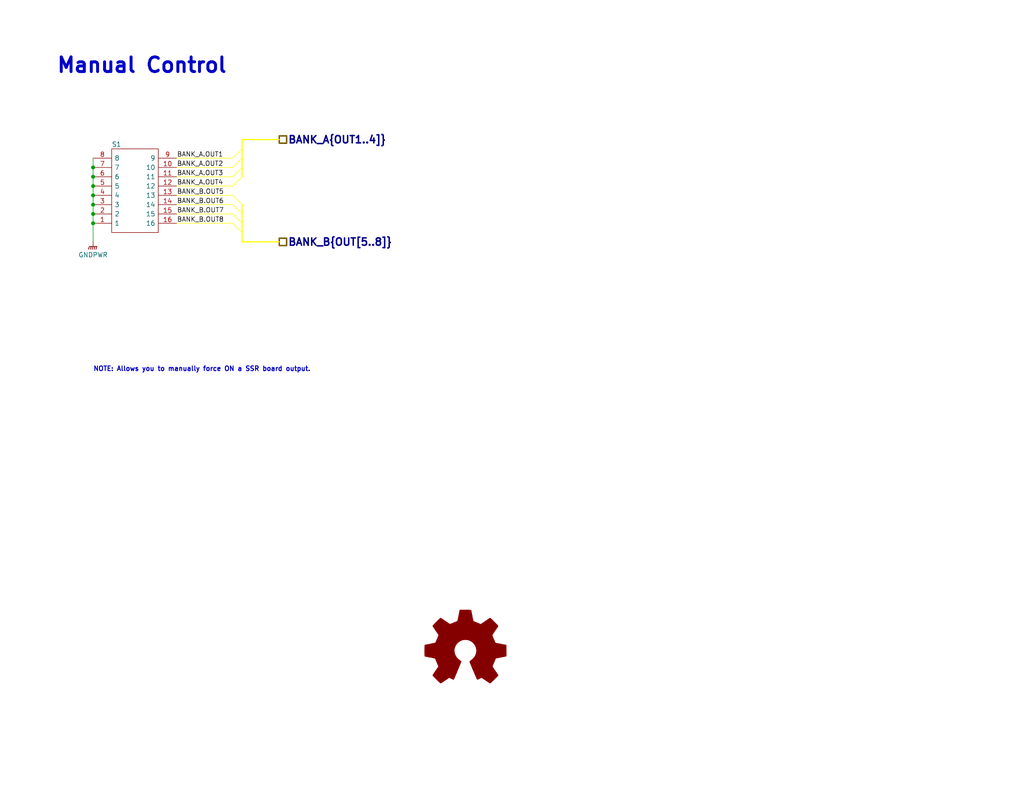
<source format=kicad_sch>
(kicad_sch (version 20230121) (generator eeschema)

  (uuid 1b71fe18-375f-4297-9555-575af0d272b6)

  (paper "USLetter")

  (title_block
    (date "2023-02-08")
    (rev "0.0.11")
    (comment 2 "creativecommons.org/licenses/by/4.0/")
    (comment 3 "License: CC By 4.0")
    (comment 4 "Author: Michael Cummings")
    (comment 5 "https://ohwr.org/project/cernohl/wikis/Documents/CERN-OHL-version-2")
    (comment 6 "Hardware License: CERN-OHL-W")
  )

  (lib_symbols
    (symbol "Graphic:Logo_Open_Hardware_Large" (pin_names (offset 1.016)) (in_bom yes) (on_board yes)
      (property "Reference" "#LOGO" (at 0 12.7 0)
        (effects (font (size 1.27 1.27)) hide)
      )
      (property "Value" "Logo_Open_Hardware_Large" (at 0 -10.16 0)
        (effects (font (size 1.27 1.27)) hide)
      )
      (property "Footprint" "" (at 0 0 0)
        (effects (font (size 1.27 1.27)) hide)
      )
      (property "Datasheet" "~" (at 0 0 0)
        (effects (font (size 1.27 1.27)) hide)
      )
      (property "ki_keywords" "Logo" (at 0 0 0)
        (effects (font (size 1.27 1.27)) hide)
      )
      (property "ki_description" "Open Hardware logo, large" (at 0 0 0)
        (effects (font (size 1.27 1.27)) hide)
      )
      (symbol "Logo_Open_Hardware_Large_1_1"
        (polyline
          (pts
            (xy 6.731 -8.7122)
            (xy 6.6294 -8.6614)
            (xy 6.35 -8.4836)
            (xy 5.9944 -8.255)
            (xy 5.5372 -7.9502)
            (xy 5.1054 -7.6454)
            (xy 4.7498 -7.4168)
            (xy 4.4958 -7.239)
            (xy 4.3942 -7.1882)
            (xy 4.318 -7.2136)
            (xy 4.1148 -7.3152)
            (xy 3.81 -7.4676)
            (xy 3.6322 -7.5692)
            (xy 3.3528 -7.6708)
            (xy 3.2258 -7.6962)
            (xy 3.2004 -7.6708)
            (xy 3.0988 -7.4676)
            (xy 2.9464 -7.0866)
            (xy 2.7178 -6.604)
            (xy 2.4892 -6.0452)
            (xy 2.2352 -5.4356)
            (xy 1.9558 -4.826)
            (xy 1.7272 -4.2164)
            (xy 1.4986 -3.683)
            (xy 1.3208 -3.2512)
            (xy 1.2192 -2.9464)
            (xy 1.1684 -2.8194)
            (xy 1.1938 -2.794)
            (xy 1.3208 -2.667)
            (xy 1.5748 -2.4892)
            (xy 2.0828 -2.0574)
            (xy 2.6162 -1.397)
            (xy 2.921 -0.6604)
            (xy 3.048 0.1524)
            (xy 2.9464 0.9144)
            (xy 2.6416 1.6256)
            (xy 2.1336 2.286)
            (xy 1.524 2.7686)
            (xy 0.8128 3.0734)
            (xy 0 3.175)
            (xy -0.762 3.0988)
            (xy -1.4986 2.794)
            (xy -2.159 2.286)
            (xy -2.4384 1.9812)
            (xy -2.8194 1.3208)
            (xy -3.048 0.6096)
            (xy -3.0734 0.4318)
            (xy -3.0226 -0.3556)
            (xy -2.794 -1.0922)
            (xy -2.3876 -1.7526)
            (xy -1.8288 -2.3114)
            (xy -1.7526 -2.3622)
            (xy -1.4732 -2.5654)
            (xy -1.2954 -2.6924)
            (xy -1.1684 -2.8194)
            (xy -2.159 -5.207)
            (xy -2.3114 -5.588)
            (xy -2.5908 -6.2484)
            (xy -2.8194 -6.8072)
            (xy -3.0226 -7.2644)
            (xy -3.1496 -7.5692)
            (xy -3.2258 -7.6708)
            (xy -3.2258 -7.6962)
            (xy -3.302 -7.6962)
            (xy -3.4798 -7.6454)
            (xy -3.8354 -7.4676)
            (xy -4.0386 -7.366)
            (xy -4.2926 -7.239)
            (xy -4.4196 -7.1882)
            (xy -4.5212 -7.239)
            (xy -4.7498 -7.3914)
            (xy -5.1054 -7.6454)
            (xy -5.5372 -7.9248)
            (xy -5.9436 -8.2042)
            (xy -6.3246 -8.4582)
            (xy -6.604 -8.636)
            (xy -6.731 -8.7122)
            (xy -6.7564 -8.7122)
            (xy -6.858 -8.636)
            (xy -7.0866 -8.4582)
            (xy -7.4168 -8.1534)
            (xy -7.874 -7.6962)
            (xy -7.9502 -7.62)
            (xy -8.3312 -7.239)
            (xy -8.636 -6.9088)
            (xy -8.8392 -6.6802)
            (xy -8.9154 -6.5786)
            (xy -8.9154 -6.5786)
            (xy -8.8392 -6.4516)
            (xy -8.6614 -6.1722)
            (xy -8.4328 -5.7912)
            (xy -8.128 -5.3594)
            (xy -7.3152 -4.191)
            (xy -7.7724 -3.0988)
            (xy -7.8994 -2.7686)
            (xy -8.0772 -2.3622)
            (xy -8.2042 -2.0828)
            (xy -8.255 -1.9558)
            (xy -8.382 -1.905)
            (xy -8.6614 -1.8542)
            (xy -9.0932 -1.7526)
            (xy -9.6266 -1.651)
            (xy -10.1092 -1.5748)
            (xy -10.541 -1.4732)
            (xy -10.8712 -1.4224)
            (xy -11.0236 -1.397)
            (xy -11.049 -1.3716)
            (xy -11.0744 -1.2954)
            (xy -11.0998 -1.143)
            (xy -11.0998 -0.889)
            (xy -11.1252 -0.4572)
            (xy -11.1252 0.1524)
            (xy -11.1252 0.2286)
            (xy -11.0998 0.8128)
            (xy -11.0998 1.27)
            (xy -11.0744 1.5494)
            (xy -11.0744 1.6764)
            (xy -11.0744 1.6764)
            (xy -10.922 1.7018)
            (xy -10.6172 1.778)
            (xy -10.16 1.8542)
            (xy -9.652 1.9558)
            (xy -9.6012 1.9812)
            (xy -9.0932 2.0828)
            (xy -8.636 2.159)
            (xy -8.3312 2.2352)
            (xy -8.2042 2.286)
            (xy -8.1788 2.3114)
            (xy -8.0772 2.5146)
            (xy -7.9248 2.8448)
            (xy -7.747 3.2512)
            (xy -7.5692 3.6576)
            (xy -7.4168 4.0386)
            (xy -7.3152 4.318)
            (xy -7.2898 4.445)
            (xy -7.2898 4.445)
            (xy -7.366 4.572)
            (xy -7.5438 4.826)
            (xy -7.7978 5.207)
            (xy -8.128 5.6642)
            (xy -8.128 5.6896)
            (xy -8.4328 6.1468)
            (xy -8.6868 6.5278)
            (xy -8.8392 6.7818)
            (xy -8.9154 6.9088)
            (xy -8.9154 6.9088)
            (xy -8.8138 7.0358)
            (xy -8.5852 7.2898)
            (xy -8.255 7.6454)
            (xy -7.874 8.0264)
            (xy -7.747 8.1534)
            (xy -7.3152 8.5852)
            (xy -7.0104 8.8646)
            (xy -6.8326 8.9916)
            (xy -6.731 9.0424)
            (xy -6.731 9.0424)
            (xy -6.604 8.9408)
            (xy -6.3246 8.763)
            (xy -5.9436 8.509)
            (xy -5.4864 8.2042)
            (xy -5.461 8.1788)
            (xy -5.0038 7.874)
            (xy -4.6482 7.62)
            (xy -4.3688 7.4422)
            (xy -4.2672 7.3914)
            (xy -4.2418 7.3914)
            (xy -4.064 7.4422)
            (xy -3.7338 7.5438)
            (xy -3.3528 7.6962)
            (xy -2.9464 7.874)
            (xy -2.5654 8.0264)
            (xy -2.286 8.1534)
            (xy -2.159 8.2296)
            (xy -2.159 8.2296)
            (xy -2.1082 8.382)
            (xy -2.032 8.7122)
            (xy -1.9304 9.1694)
            (xy -1.8288 9.7282)
            (xy -1.8034 9.8044)
            (xy -1.7018 10.3378)
            (xy -1.6256 10.7696)
            (xy -1.5748 11.0744)
            (xy -1.524 11.2014)
            (xy -1.4478 11.2268)
            (xy -1.1938 11.2522)
            (xy -0.8128 11.2522)
            (xy -0.3302 11.2522)
            (xy 0.1524 11.2522)
            (xy 0.6604 11.2522)
            (xy 1.0668 11.2268)
            (xy 1.3716 11.2014)
            (xy 1.4986 11.176)
            (xy 1.4986 11.176)
            (xy 1.5494 11.0236)
            (xy 1.6256 10.6934)
            (xy 1.7018 10.2108)
            (xy 1.8288 9.6774)
            (xy 1.8288 9.5758)
            (xy 1.9304 9.0424)
            (xy 2.032 8.6106)
            (xy 2.0828 8.3058)
            (xy 2.1336 8.2042)
            (xy 2.159 8.1788)
            (xy 2.3876 8.0772)
            (xy 2.7432 7.9248)
            (xy 3.175 7.747)
            (xy 4.191 7.3406)
            (xy 5.461 8.2042)
            (xy 5.5626 8.2804)
            (xy 6.0198 8.5852)
            (xy 6.3754 8.8392)
            (xy 6.6294 8.9916)
            (xy 6.7564 9.0424)
            (xy 6.7564 9.0424)
            (xy 6.8834 8.9408)
            (xy 7.1374 8.7122)
            (xy 7.4676 8.382)
            (xy 7.8486 7.9756)
            (xy 8.1534 7.6962)
            (xy 8.4836 7.3406)
            (xy 8.7122 7.112)
            (xy 8.8392 6.9596)
            (xy 8.8646 6.858)
            (xy 8.8646 6.8072)
            (xy 8.7884 6.6802)
            (xy 8.6106 6.4008)
            (xy 8.3312 6.0198)
            (xy 8.0264 5.588)
            (xy 7.7978 5.207)
            (xy 7.5184 4.8006)
            (xy 7.3406 4.4958)
            (xy 7.2898 4.3434)
            (xy 7.2898 4.2926)
            (xy 7.3914 4.0386)
            (xy 7.5184 3.683)
            (xy 7.7216 3.2258)
            (xy 8.1534 2.2352)
            (xy 8.7884 2.1082)
            (xy 9.1948 2.0574)
            (xy 9.7536 1.9304)
            (xy 10.2616 1.8288)
            (xy 11.0998 1.6764)
            (xy 11.1252 -1.3208)
            (xy 10.9982 -1.3716)
            (xy 10.8712 -1.397)
            (xy 10.5664 -1.4732)
            (xy 10.1346 -1.5494)
            (xy 9.6266 -1.651)
            (xy 9.1948 -1.7272)
            (xy 8.7376 -1.8288)
            (xy 8.4328 -1.8796)
            (xy 8.2804 -1.905)
            (xy 8.255 -1.9558)
            (xy 8.1534 -2.159)
            (xy 7.9756 -2.5146)
            (xy 7.8232 -2.921)
            (xy 7.6454 -3.3274)
            (xy 7.493 -3.7338)
            (xy 7.366 -4.0132)
            (xy 7.3406 -4.191)
            (xy 7.3914 -4.2926)
            (xy 7.5692 -4.5466)
            (xy 7.7978 -4.9276)
            (xy 8.1026 -5.3594)
            (xy 8.4074 -5.7912)
            (xy 8.6614 -6.1722)
            (xy 8.8138 -6.4262)
            (xy 8.89 -6.5532)
            (xy 8.8646 -6.6548)
            (xy 8.6868 -6.858)
            (xy 8.3566 -7.1882)
            (xy 7.874 -7.6708)
            (xy 7.7978 -7.747)
            (xy 7.3914 -8.128)
            (xy 7.0612 -8.4328)
            (xy 6.8326 -8.636)
            (xy 6.731 -8.7122)
          )
          (stroke (width 0) (type default))
          (fill (type outline))
        )
      )
    )
    (symbol "dragon_mobile:193-8MS" (pin_names (offset 0.762)) (in_bom yes) (on_board yes)
      (property "Reference" "S1" (at 21.59 11.4301 90)
        (effects (font (size 1.27 1.27)) (justify right))
      )
      (property "Value" "193-8MS" (at -3.81 10.1601 90)
        (effects (font (size 1.27 1.27)) (justify left) hide)
      )
      (property "Footprint" "dragon_mobile:1938MS" (at 22.86 19.05 0)
        (effects (font (size 1.27 1.27)) (justify left) hide)
      )
      (property "Datasheet" "https://componentsearchengine.com/Datasheets/1/193-8MS.pdf" (at 25.4 19.05 0)
        (effects (font (size 1.27 1.27)) (justify left) hide)
      )
      (property "Description" "DIP Switches / SIP Switches 8 switch sections SPST" (at 27.94 19.05 0)
        (effects (font (size 1.27 1.27)) (justify left) hide)
      )
      (property "MFN" "CTS" (at 0 0 0)
        (effects (font (size 1.27 1.27)) hide)
      )
      (property "MFP" "193-8MS" (at 0 0 0)
        (effects (font (size 1.27 1.27)) hide)
      )
      (property "Package" "Other" (at 0 0 0)
        (effects (font (size 1.27 1.27)) hide)
      )
      (property "Type" "SMD" (at 0 0 0)
        (effects (font (size 1.27 1.27)) hide)
      )
      (property "Characteristics" "DIP Switches / SIP Switches 8 switch sections SPST" (at 0 0 0)
        (effects (font (size 1.27 1.27)) hide)
      )
      (property "Height (mm)" "9.37" (at 0 0 0)
        (effects (font (size 1.27 1.27)) hide)
      )
      (property "Mouser Price/Stock" "https://www.mouser.com/ProductDetail/CTS-Electronic-Components/193-8MS?qs=Mr%252BgrRYddfpU71WCaMSCKA%3D%3D" (at 35.56 19.05 0)
        (effects (font (size 1.27 1.27)) (justify left) hide)
      )
      (property "Manufacturer_Name" "CTS" (at 38.1 19.05 0)
        (effects (font (size 1.27 1.27)) (justify left) hide)
      )
      (property "Manufacturer_Part_Number" "193-8MS" (at 40.64 19.05 0)
        (effects (font (size 1.27 1.27)) (justify left) hide)
      )
      (property "Height" "9.37" (at 30.48 19.05 0)
        (effects (font (size 1.27 1.27)) (justify left) hide)
      )
      (property "Mouser Part Number" "774-1938MS" (at 33.02 19.05 0)
        (effects (font (size 1.27 1.27)) (justify left) hide)
      )
      (property "ki_description" "DIP Switches / SIP Switches 8 switch sections SPST" (at 0 0 0)
        (effects (font (size 1.27 1.27)) hide)
      )
      (symbol "193-8MS_0_0"
        (pin passive line (at 0 0 0) (length 5.08)
          (name "1" (effects (font (size 1.27 1.27))))
          (number "1" (effects (font (size 1.27 1.27))))
        )
        (pin passive line (at 22.86 -15.24 180) (length 5.08)
          (name "10" (effects (font (size 1.27 1.27))))
          (number "10" (effects (font (size 1.27 1.27))))
        )
        (pin passive line (at 22.86 -12.7 180) (length 5.08)
          (name "11" (effects (font (size 1.27 1.27))))
          (number "11" (effects (font (size 1.27 1.27))))
        )
        (pin passive line (at 22.86 -10.16 180) (length 5.08)
          (name "12" (effects (font (size 1.27 1.27))))
          (number "12" (effects (font (size 1.27 1.27))))
        )
        (pin passive line (at 22.86 -7.62 180) (length 5.08)
          (name "13" (effects (font (size 1.27 1.27))))
          (number "13" (effects (font (size 1.27 1.27))))
        )
        (pin passive line (at 22.86 -5.08 180) (length 5.08)
          (name "14" (effects (font (size 1.27 1.27))))
          (number "14" (effects (font (size 1.27 1.27))))
        )
        (pin passive line (at 22.86 -2.54 180) (length 5.08)
          (name "15" (effects (font (size 1.27 1.27))))
          (number "15" (effects (font (size 1.27 1.27))))
        )
        (pin passive line (at 22.86 0 180) (length 5.08)
          (name "16" (effects (font (size 1.27 1.27))))
          (number "16" (effects (font (size 1.27 1.27))))
        )
        (pin passive line (at 0 -2.54 0) (length 5.08)
          (name "2" (effects (font (size 1.27 1.27))))
          (number "2" (effects (font (size 1.27 1.27))))
        )
        (pin passive line (at 0 -5.08 0) (length 5.08)
          (name "3" (effects (font (size 1.27 1.27))))
          (number "3" (effects (font (size 1.27 1.27))))
        )
        (pin passive line (at 0 -7.62 0) (length 5.08)
          (name "4" (effects (font (size 1.27 1.27))))
          (number "4" (effects (font (size 1.27 1.27))))
        )
        (pin passive line (at 0 -10.16 0) (length 5.08)
          (name "5" (effects (font (size 1.27 1.27))))
          (number "5" (effects (font (size 1.27 1.27))))
        )
        (pin passive line (at 0 -12.7 0) (length 5.08)
          (name "6" (effects (font (size 1.27 1.27))))
          (number "6" (effects (font (size 1.27 1.27))))
        )
        (pin passive line (at 0 -15.24 0) (length 5.08)
          (name "7" (effects (font (size 1.27 1.27))))
          (number "7" (effects (font (size 1.27 1.27))))
        )
        (pin passive line (at 0 -17.78 0) (length 5.08)
          (name "8" (effects (font (size 1.27 1.27))))
          (number "8" (effects (font (size 1.27 1.27))))
        )
        (pin passive line (at 22.86 -17.78 180) (length 5.08)
          (name "9" (effects (font (size 1.27 1.27))))
          (number "9" (effects (font (size 1.27 1.27))))
        )
      )
      (symbol "193-8MS_0_1"
        (polyline
          (pts
            (xy 5.08 2.54)
            (xy 17.78 2.54)
            (xy 17.78 -20.32)
            (xy 5.08 -20.32)
            (xy 5.08 2.54)
          )
          (stroke (width 0.1524) (type default))
          (fill (type none))
        )
      )
    )
    (symbol "power:GNDPWR" (power) (pin_names (offset 0)) (in_bom yes) (on_board yes)
      (property "Reference" "#PWR" (at 0 -5.08 0)
        (effects (font (size 1.27 1.27)) hide)
      )
      (property "Value" "GNDPWR" (at 0 -3.302 0)
        (effects (font (size 1.27 1.27)))
      )
      (property "Footprint" "" (at 0 -1.27 0)
        (effects (font (size 1.27 1.27)) hide)
      )
      (property "Datasheet" "" (at 0 -1.27 0)
        (effects (font (size 1.27 1.27)) hide)
      )
      (property "ki_keywords" "power-flag" (at 0 0 0)
        (effects (font (size 1.27 1.27)) hide)
      )
      (property "ki_description" "Power symbol creates a global label with name \"GNDPWR\" , power ground" (at 0 0 0)
        (effects (font (size 1.27 1.27)) hide)
      )
      (symbol "GNDPWR_0_1"
        (polyline
          (pts
            (xy 0 -1.27)
            (xy 0 0)
          )
          (stroke (width 0) (type default))
          (fill (type none))
        )
        (polyline
          (pts
            (xy -1.016 -1.27)
            (xy -1.27 -2.032)
            (xy -1.27 -2.032)
          )
          (stroke (width 0.2032) (type default))
          (fill (type none))
        )
        (polyline
          (pts
            (xy -0.508 -1.27)
            (xy -0.762 -2.032)
            (xy -0.762 -2.032)
          )
          (stroke (width 0.2032) (type default))
          (fill (type none))
        )
        (polyline
          (pts
            (xy 0 -1.27)
            (xy -0.254 -2.032)
            (xy -0.254 -2.032)
          )
          (stroke (width 0.2032) (type default))
          (fill (type none))
        )
        (polyline
          (pts
            (xy 0.508 -1.27)
            (xy 0.254 -2.032)
            (xy 0.254 -2.032)
          )
          (stroke (width 0.2032) (type default))
          (fill (type none))
        )
        (polyline
          (pts
            (xy 1.016 -1.27)
            (xy -1.016 -1.27)
            (xy -1.016 -1.27)
          )
          (stroke (width 0.2032) (type default))
          (fill (type none))
        )
        (polyline
          (pts
            (xy 1.016 -1.27)
            (xy 0.762 -2.032)
            (xy 0.762 -2.032)
            (xy 0.762 -2.032)
          )
          (stroke (width 0.2032) (type default))
          (fill (type none))
        )
      )
      (symbol "GNDPWR_1_1"
        (pin power_in line (at 0 0 270) (length 0) hide
          (name "GNDPWR" (effects (font (size 1.27 1.27))))
          (number "1" (effects (font (size 1.27 1.27))))
        )
      )
    )
  )

  (junction (at 25.4 55.88) (diameter 0) (color 0 0 0 0)
    (uuid 20d9949e-ead7-4581-9d64-e2d4cf9c04ba)
  )
  (junction (at 25.4 60.96) (diameter 0) (color 0 0 0 0)
    (uuid 26ec2b5f-519e-46d6-af3b-3178a57bf1ef)
  )
  (junction (at 25.4 50.8) (diameter 0) (color 0 0 0 0)
    (uuid 2e36813e-3f30-43e6-955e-badcc2952de9)
  )
  (junction (at 25.4 45.72) (diameter 0) (color 0 0 0 0)
    (uuid 4971a313-f61f-44b7-9d97-8ab886819f87)
  )
  (junction (at 25.4 48.26) (diameter 0) (color 0 0 0 0)
    (uuid 90e44eb5-fa11-4f07-9e49-f815fcded17e)
  )
  (junction (at 25.4 58.42) (diameter 0) (color 0 0 0 0)
    (uuid 9e41619e-24f5-41ed-89c1-ee30a761cd5f)
  )
  (junction (at 25.4 53.34) (diameter 0) (color 0 0 0 0)
    (uuid c53b5df1-1687-497f-ba83-1290b59d7979)
  )

  (bus_entry (at 66.04 60.96) (size -2.54 -2.54)
    (stroke (width 0) (type default) (color 255 255 0 1))
    (uuid 1b26aac0-2bc8-4ce4-a38d-3737a40da2d1)
  )
  (bus_entry (at 66.04 55.88) (size -2.54 -2.54)
    (stroke (width 0) (type default) (color 255 255 0 1))
    (uuid 2bb4bae1-c014-483e-a60a-d13b0b0d4003)
  )
  (bus_entry (at 66.04 43.18) (size -2.54 2.54)
    (stroke (width 0) (type default) (color 255 255 0 1))
    (uuid 5e7e454c-bab6-4c6d-bfde-c37554a9a043)
  )
  (bus_entry (at 66.04 40.64) (size -2.54 2.54)
    (stroke (width 0) (type default) (color 255 255 0 1))
    (uuid 809509d9-0093-4282-8d84-b6c5a48487d3)
  )
  (bus_entry (at 66.04 45.72) (size -2.54 2.54)
    (stroke (width 0) (type default) (color 255 255 0 1))
    (uuid 8baf634f-e7f3-4c7f-9fdf-b4d151f6f592)
  )
  (bus_entry (at 66.04 48.26) (size -2.54 2.54)
    (stroke (width 0) (type default) (color 255 255 0 1))
    (uuid 9dbd97aa-611c-48dd-969a-8be6106f5689)
  )
  (bus_entry (at 66.04 58.42) (size -2.54 -2.54)
    (stroke (width 0) (type default) (color 255 255 0 1))
    (uuid c62c5aea-ebea-45e6-b51e-8ffb17813b3a)
  )
  (bus_entry (at 66.04 63.5) (size -2.54 -2.54)
    (stroke (width 0) (type default) (color 255 255 0 1))
    (uuid cbe9435b-6769-42fb-86ee-4ab917f2d58b)
  )

  (wire (pts (xy 48.26 58.42) (xy 63.5 58.42))
    (stroke (width 0) (type default) (color 255 255 0 1))
    (uuid 06cbef2f-c607-4803-a6af-1e1f2e3aca11)
  )
  (wire (pts (xy 25.4 43.18) (xy 25.4 45.72))
    (stroke (width 0) (type default))
    (uuid 113ba6a0-267f-4b8e-a3de-6b9e325da3dc)
  )
  (wire (pts (xy 48.26 45.72) (xy 63.5 45.72))
    (stroke (width 0) (type default) (color 255 255 0 1))
    (uuid 134c333b-d479-40f8-9aa2-7121c896310f)
  )
  (bus (pts (xy 66.04 63.5) (xy 66.04 60.96))
    (stroke (width 0) (type default) (color 255 255 0 1))
    (uuid 1bf52867-93b4-46ab-85b9-1fc514f8a593)
  )

  (wire (pts (xy 25.4 55.88) (xy 25.4 58.42))
    (stroke (width 0) (type default))
    (uuid 1fbd930e-18a2-4be9-b812-b00f6b0eaff9)
  )
  (wire (pts (xy 25.4 45.72) (xy 25.4 48.26))
    (stroke (width 0) (type default))
    (uuid 288ba800-e76c-4ecc-a454-48e6c58e03d2)
  )
  (bus (pts (xy 66.04 45.72) (xy 66.04 48.26))
    (stroke (width 0) (type default) (color 255 255 0 1))
    (uuid 29a22ca7-b0d0-4aa4-9222-ef6959b8e52f)
  )
  (bus (pts (xy 66.04 66.04) (xy 66.04 63.5))
    (stroke (width 0) (type default) (color 255 255 0 1))
    (uuid 2e34ac4c-9486-4c31-bb78-9bc9ca3daabe)
  )

  (wire (pts (xy 48.26 43.18) (xy 63.5 43.18))
    (stroke (width 0) (type default) (color 255 255 0 1))
    (uuid 39c5258a-3918-4257-824e-42c94541b47d)
  )
  (bus (pts (xy 66.04 38.1) (xy 66.04 40.64))
    (stroke (width 0) (type default) (color 255 255 0 1))
    (uuid 42924ba4-92b8-48e5-a417-9d0b487b2eb1)
  )

  (wire (pts (xy 25.4 58.42) (xy 25.4 60.96))
    (stroke (width 0) (type default))
    (uuid 5336872b-fc0b-418d-8b0f-56b2bfc55256)
  )
  (wire (pts (xy 25.4 60.96) (xy 25.4 66.04))
    (stroke (width 0) (type default))
    (uuid 567c7b44-3eb1-4bb5-84b3-1746eb82f1b6)
  )
  (wire (pts (xy 48.26 48.26) (xy 63.5 48.26))
    (stroke (width 0) (type default) (color 255 255 0 1))
    (uuid 60aecd2a-4ef7-4915-a3d7-c30c8aeb9db2)
  )
  (wire (pts (xy 25.4 50.8) (xy 25.4 53.34))
    (stroke (width 0) (type default))
    (uuid 60ec7b84-c508-4006-a081-0d2acc743960)
  )
  (wire (pts (xy 25.4 53.34) (xy 25.4 55.88))
    (stroke (width 0) (type default))
    (uuid 6d757977-101d-406d-8b1f-da15b290fda3)
  )
  (wire (pts (xy 48.26 55.88) (xy 63.5 55.88))
    (stroke (width 0) (type default) (color 255 255 0 1))
    (uuid 9270078e-e9df-4cd7-9455-4ea595bf49b3)
  )
  (bus (pts (xy 76.2 66.04) (xy 66.04 66.04))
    (stroke (width 0) (type default) (color 255 255 0 1))
    (uuid 9700befa-346c-456f-aa73-03794f6a818a)
  )

  (wire (pts (xy 25.4 48.26) (xy 25.4 50.8))
    (stroke (width 0) (type default))
    (uuid 98504a69-c62e-4184-96b6-fe0c3b560573)
  )
  (wire (pts (xy 48.26 60.96) (xy 63.5 60.96))
    (stroke (width 0) (type default) (color 255 255 0 1))
    (uuid a9bbf5a3-441d-4906-ba51-689cdea029c7)
  )
  (bus (pts (xy 66.04 43.18) (xy 66.04 45.72))
    (stroke (width 0) (type default) (color 255 255 0 1))
    (uuid bd62761e-f389-4d79-98d7-94be403c00fa)
  )
  (bus (pts (xy 66.04 58.42) (xy 66.04 55.88))
    (stroke (width 0) (type default) (color 255 255 0 1))
    (uuid bf7cc3dc-1ec7-4c54-9d89-64874294448d)
  )
  (bus (pts (xy 66.04 40.64) (xy 66.04 43.18))
    (stroke (width 0) (type default) (color 255 255 0 1))
    (uuid cffee275-ef53-437f-b053-8077d05246e5)
  )

  (wire (pts (xy 48.26 53.34) (xy 63.5 53.34))
    (stroke (width 0) (type default) (color 255 255 0 1))
    (uuid ed79f670-c46e-4293-b16e-adeb8c8a9edc)
  )
  (bus (pts (xy 66.04 60.96) (xy 66.04 58.42))
    (stroke (width 0) (type default) (color 255 255 0 1))
    (uuid f7826257-be86-44c5-8293-7ca4a59d4940)
  )

  (wire (pts (xy 48.26 50.8) (xy 63.5 50.8))
    (stroke (width 0) (type default) (color 255 255 0 1))
    (uuid fbefcd69-5f37-4d3e-9c3d-45dcd357cf94)
  )
  (bus (pts (xy 76.2 38.1) (xy 66.04 38.1))
    (stroke (width 0) (type default) (color 255 255 0 1))
    (uuid fcc16f46-36cf-4fdf-b0c2-6be3bc76772d)
  )

  (text "Manual Control" (at 15.24 20.32 0)
    (effects (font (size 4 4) bold) (justify left bottom))
    (uuid 288fb468-ae3b-46e8-853b-9787416e7759)
  )
  (text "NOTE: Allows you to manually force ON a SSR board output."
    (at 25.4 101.6 0)
    (effects (font (size 1.27 1.27) bold) (justify left bottom))
    (uuid de546170-ef90-419e-9319-0716b728f30d)
  )

  (label "BANK_A.OUT3" (at 48.26 48.26 0) (fields_autoplaced)
    (effects (font (size 1.27 1.27)) (justify left bottom))
    (uuid 171026bc-de18-42f2-aff8-6d39536d3ac4)
  )
  (label "BANK_B.OUT8" (at 48.26 60.96 0) (fields_autoplaced)
    (effects (font (size 1.27 1.27)) (justify left bottom))
    (uuid 3edd81ca-4eeb-4b2b-a574-d12794c1ff63)
  )
  (label "BANK_B.OUT5" (at 48.26 53.34 0) (fields_autoplaced)
    (effects (font (size 1.27 1.27)) (justify left bottom))
    (uuid 6f0708bd-775f-4e2b-86b0-3a83174a5a18)
  )
  (label "BANK_A.OUT1" (at 48.26 43.18 0) (fields_autoplaced)
    (effects (font (size 1.27 1.27)) (justify left bottom))
    (uuid 72a7a5e4-10df-4b3f-bfff-24bfcecfade9)
  )
  (label "BANK_B.OUT6" (at 48.26 55.88 0) (fields_autoplaced)
    (effects (font (size 1.27 1.27)) (justify left bottom))
    (uuid 8c94d3c3-f3c0-4a7d-99d6-d6377196e0a9)
  )
  (label "BANK_A.OUT4" (at 48.26 50.8 0) (fields_autoplaced)
    (effects (font (size 1.27 1.27)) (justify left bottom))
    (uuid 914ca06c-a0a0-457b-b649-122acb8f4cd7)
  )
  (label "BANK_B.OUT7" (at 48.26 58.42 0) (fields_autoplaced)
    (effects (font (size 1.27 1.27)) (justify left bottom))
    (uuid a8b35567-d4d9-48a7-a29e-8745a8a80bfa)
  )
  (label "BANK_A.OUT2" (at 48.26 45.72 0) (fields_autoplaced)
    (effects (font (size 1.27 1.27)) (justify left bottom))
    (uuid dce294db-16d0-4851-8e32-13bf9324efd1)
  )

  (hierarchical_label "BANK_A{OUT1..4]}" (shape passive) (at 76.2 38.1 0) (fields_autoplaced)
    (effects (font (size 2 2) bold) (justify left))
    (uuid 13c204e3-40d3-46c2-9b22-004864dc0ebc)
  )
  (hierarchical_label "BANK_B{OUT[5..8]}" (shape passive) (at 76.2 66.04 0) (fields_autoplaced)
    (effects (font (size 2 2) bold) (justify left))
    (uuid aaffc932-7a7d-4549-a2a7-bfc2d66fa283)
  )

  (symbol (lib_id "Graphic:Logo_Open_Hardware_Large") (at 127 177.8 0) (unit 1)
    (in_bom no) (on_board yes) (dnp no) (fields_autoplaced)
    (uuid 2c49e9e3-96db-41b1-8084-29910578c95e)
    (property "Reference" "#LOGO5" (at 127 165.1 0)
      (effects (font (size 1.27 1.27)) hide)
    )
    (property "Value" "Logo_Open_Hardware_Large" (at 127 187.96 0)
      (effects (font (size 1.27 1.27)) hide)
    )
    (property "Footprint" "" (at 127 177.8 0)
      (effects (font (size 1.27 1.27)) hide)
    )
    (property "Datasheet" "~" (at 127 177.8 0)
      (effects (font (size 1.27 1.27)) hide)
    )
    (instances
      (project "we_ssr_control"
        (path "/0eec8485-c667-4bd4-b362-8a00007c8b10/58a4efa4-cd7c-4ec3-85b7-bca92adb4987"
          (reference "#LOGO5") (unit 1)
        )
      )
    )
  )

  (symbol (lib_id "dragon_mobile:193-8MS") (at 25.4 60.96 0) (mirror x) (unit 1)
    (in_bom yes) (on_board yes) (dnp no)
    (uuid 3f571e67-ec96-4775-9c18-10f291cf4c11)
    (property "Reference" "S1" (at 30.48 40.132 0)
      (effects (font (size 1.27 1.27)) (justify left top))
    )
    (property "Value" "193-8MS" (at 35.5601 64.77 90)
      (effects (font (size 1.27 1.27)) (justify left) hide)
    )
    (property "Footprint" "dragon_mobile:1938MS" (at 48.26 80.01 0)
      (effects (font (size 1.27 1.27)) (justify left) hide)
    )
    (property "Datasheet" "https://componentsearchengine.com/Datasheets/1/193-8MS.pdf" (at 50.8 80.01 0)
      (effects (font (size 1.27 1.27)) (justify left) hide)
    )
    (property "Description" "DIP Switches / SIP Switches 8 switch sections SPST" (at 53.34 80.01 0)
      (effects (font (size 1.27 1.27)) (justify left) hide)
    )
    (property "MFN" "CTS" (at 25.4 60.96 0)
      (effects (font (size 1.27 1.27)) hide)
    )
    (property "MFP" "193-8MS" (at 25.4 60.96 0)
      (effects (font (size 1.27 1.27)) hide)
    )
    (property "Package" "Other" (at 25.4 60.96 0)
      (effects (font (size 1.27 1.27)) hide)
    )
    (property "Type" "SMD" (at 25.4 60.96 0)
      (effects (font (size 1.27 1.27)) hide)
    )
    (property "Characteristics" "DIP Switches / SIP Switches 8 switch sections SPST" (at 25.4 60.96 0)
      (effects (font (size 1.27 1.27)) hide)
    )
    (property "Height (mm)" "9.37" (at 25.4 60.96 0)
      (effects (font (size 1.27 1.27)) hide)
    )
    (property "Mouser Price/Stock" "https://www.mouser.com/ProductDetail/CTS-Electronic-Components/193-8MS?qs=Mr%252BgrRYddfpU71WCaMSCKA%3D%3D" (at 60.96 80.01 0)
      (effects (font (size 1.27 1.27)) (justify left) hide)
    )
    (property "Height" "" (at 55.88 80.01 0)
      (effects (font (size 1.27 1.27)) (justify left) hide)
    )
    (property "Mouser Part Number" "774-1938MS" (at 58.42 80.01 0)
      (effects (font (size 1.27 1.27)) (justify left) hide)
    )
    (pin "1" (uuid 0f1c0469-8ccf-4967-b71d-e667cf1426b3))
    (pin "10" (uuid b7b81f96-2992-4001-b6e7-5b5769530b79))
    (pin "11" (uuid 54e0c6de-121b-4fcb-99b8-277c0719f779))
    (pin "12" (uuid 1607e8d4-68d6-430e-8d78-d60fcd69a92e))
    (pin "13" (uuid 4d77ff08-9366-4e58-ba50-11f2b528eab1))
    (pin "14" (uuid 901d9948-065b-4efc-bb1c-c4bf3b248183))
    (pin "15" (uuid 72ca4bfc-d4d6-4a5a-90c8-636fef6491fb))
    (pin "16" (uuid ffdfc01b-0bf8-4f48-ac69-8113b4823454))
    (pin "2" (uuid eaf7437f-2ad2-44a9-9a00-a76e2955d8a6))
    (pin "3" (uuid 0d55b92c-768a-43bd-bb1d-ef294177852a))
    (pin "4" (uuid 7e366395-c182-499c-91e6-45b231aa31d9))
    (pin "5" (uuid 130b4471-2999-4e2e-b287-7fbc95c1942b))
    (pin "6" (uuid 03bcf4be-8369-4c48-a8ce-5c7369201f99))
    (pin "7" (uuid da7860d5-123b-4a32-8892-44154265883e))
    (pin "8" (uuid 1da8f389-3b07-4e3f-8770-1a4ddc5917c9))
    (pin "9" (uuid e4ea421d-d44e-4cbd-b125-380965588773))
    (instances
      (project "we_ssr_control"
        (path "/0eec8485-c667-4bd4-b362-8a00007c8b10/58a4efa4-cd7c-4ec3-85b7-bca92adb4987"
          (reference "S1") (unit 1)
        )
      )
    )
  )

  (symbol (lib_id "power:GNDPWR") (at 25.4 66.04 0) (unit 1)
    (in_bom yes) (on_board yes) (dnp no)
    (uuid a78f18b2-ce65-4f4d-ba22-9ec0019909ad)
    (property "Reference" "#PWR08" (at 25.4 71.12 0)
      (effects (font (size 1.27 1.27)) hide)
    )
    (property "Value" "GNDPWR" (at 25.4 69.596 0)
      (effects (font (size 1.27 1.27)))
    )
    (property "Footprint" "" (at 25.4 67.31 0)
      (effects (font (size 1.27 1.27)) hide)
    )
    (property "Datasheet" "" (at 25.4 67.31 0)
      (effects (font (size 1.27 1.27)) hide)
    )
    (pin "1" (uuid 89f5d16c-f9ad-4851-a38b-2d84085a5f62))
    (instances
      (project "we_ssr_control"
        (path "/0eec8485-c667-4bd4-b362-8a00007c8b10/58a4efa4-cd7c-4ec3-85b7-bca92adb4987"
          (reference "#PWR08") (unit 1)
        )
      )
    )
  )
)

</source>
